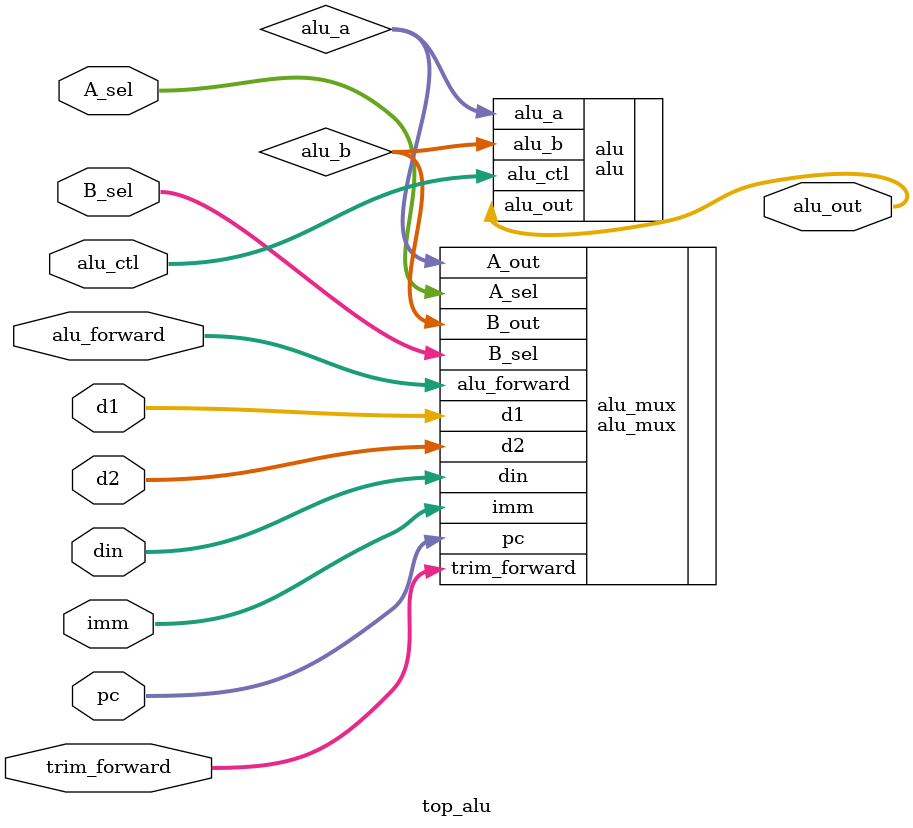
<source format=v>
`timescale 1ns / 1ps

module top_alu(pc,
               d1,
               d2,
               imm,
               alu_forward,
               din,
               A_sel,
               B_sel,
               alu_ctl,
               alu_out,
               trim_forward);
    input [31:0] pc, d1, d2, imm, alu_forward, din, trim_forward;
    input [2:0]A_sel, B_sel;
    input [4:0] alu_ctl;
    output [31:0] alu_out;
    wire [31:0] alu_a, alu_b;
    alu_mux alu_mux(.pc(pc),.d1(d1), .d2(d2),.imm(imm), .alu_forward(alu_forward),.din(din),.A_sel(A_sel),.B_sel(B_sel),.A_out(alu_a),.B_out(alu_b), .trim_forward(trim_forward));
    alu alu(.alu_a(alu_a),.alu_b(alu_b),.alu_out(alu_out),.alu_ctl(alu_ctl));
    
endmodule

</source>
